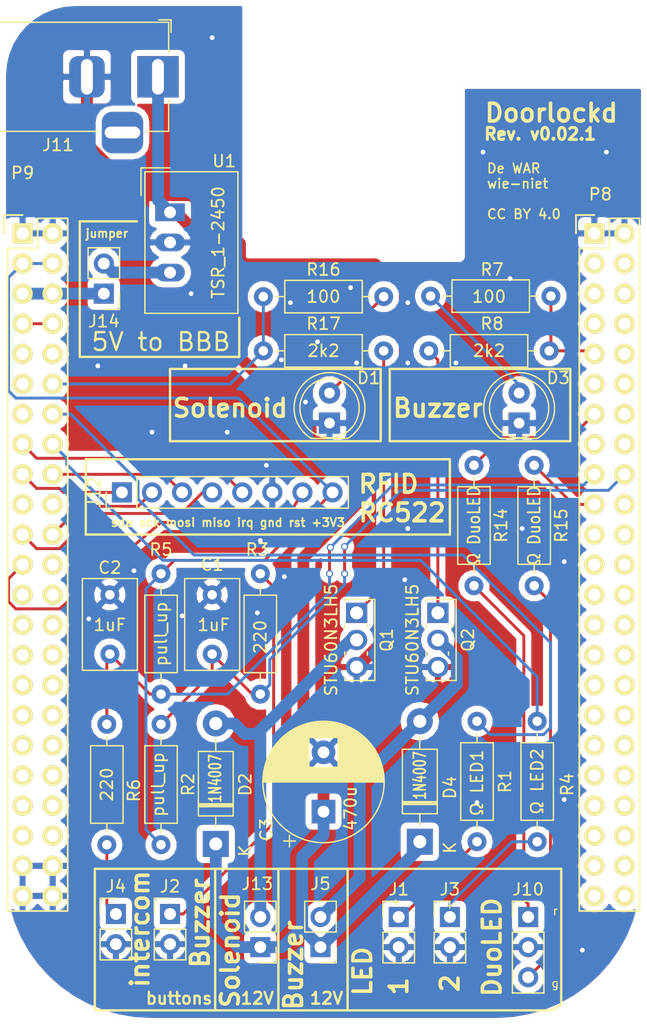
<source format=kicad_pcb>
(kicad_pcb (version 20171130) (host pcbnew "(5.0.2-5)-5")
  (title_block (title "Doorlockd - BBB PCB") (date 2019-06-11) (rev v0.02.1) (comment 1 "author: Diederik Hamelink") (comment 2 "CC BY 4.0") (comment 4 "de WAR"))
  (layers (0 F.Cu signal hide) (31 B.Cu signal hide) (34 B.Paste user) (35 F.Paste user) (36 B.SilkS user) (37 F.SilkS user) (38 B.Mask user) (39 F.Mask user) (44 Edge.Cuts user))
  (net 0 "")
  (net 1 +3V3)
  (net 2 +5V)
  (net 3 SYS_5V)
  (net 4 Earth)
  (net 5 "Net-(D1-Pad2)")
  (net 6 +12V)
  (net 7 "Net-(D2-Pad2)")
  (net 8 "Net-(J1-Pad1)")
  (net 9 "Net-(J2-Pad1)")
  (net 10 "Net-(J3-Pad1)")
  (net 11 "Net-(J4-Pad1)")
  (net 12 "Net-(J10-Pad1)")
  (net 13 "Net-(J10-Pad3)")
  (net 14 IO-P9_17-RC522_SDA)
  (net 15 IO-P9_22-RC522_SCK)
  (net 16 IO-P9_18-RC522_MOSI)
  (net 17 IO-P9_21-RC522_MISO)
  (net 18 IO-P9_15-RC522_IRQ)
  (net 19 IO-P9_23-RC522_RST)
  (net 20 "Net-(J14-Pad2)")
  (net 21 "Net-(Q1-Pad1)")
  (net 22 "Net-(Q2-Pad1)")
  (net 23 "Net-(D3-Pad2)")
  (net 24 "Net-(D4-Pad2)")
  (net 25 IO-P8_18-Button2)
  (net 26 IO-P8_17-Button1)
  (net 27 IO-P8_19-UI_DuoLED1g)
  (net 28 IO-P8_13-UI_DuoLED1r)
  (net 29 IO-P8_09-Buzzer)
  (net 30 IO-P9_16-UILED2)
  (net 31 IO-P9_14-UILED1)
  (net 32 IO-P9_12-Solenoid)
  (module Connector_PinHeader_2.54mm:PinHeader_1x02_P2.54mm_Vertical (layer F.Cu) (at 141.5161 122.5804 180)
    (fp_text reference J5 (at 0 5.334 180) (layer F.SilkS))
    (fp_text value "Buzzer 12V")
    (pad 1 thru_hole rect (at 0 0 180) (size 1.7 1.7) (drill 1) (layers *.Cu *.Mask) (net 6 +12V))
    (pad 2 thru_hole oval (at 0 2.54 180) (size 1.7 1.7) (drill 1) (layers *.Cu *.Mask) (net 24 "Net-(D4-Pad2)"))
  )
  (module Diode_THT:D_DO-41_SOD81_P10.16mm_Horizontal (layer F.Cu) (at 149.8981 113.6904 90)
    (fp_text reference D4 (at 4.572 2.54 90) (layer F.SilkS))
    (fp_text value 1N4007 (at 5.588 0 90) (layer F.SilkS) (effects (font (size 1 0.7))))
    (fp_text user K (at -0.508 2.54 90) (layer F.SilkS))
    (pad 1 thru_hole rect (at 0 0 90) (size 2.2 2.2) (drill 1.1) (layers *.Cu *.Mask) (net 6 +12V))
    (pad 2 thru_hole oval (at 10.16 0 90) (size 2.2 2.2) (drill 1.1) (layers *.Cu *.Mask) (net 24 "Net-(D4-Pad2)"))
  )
  (module LED_THT:LED_D5.0mm (layer F.Cu) (at 158.2801 78.3844 90)
    (fp_text reference D3 (at 3.81 3.302 180) (layer F.SilkS))
    (fp_text value LED)
    (pad 1 thru_hole rect (at 0 0 90) (size 1.8 1.8) (drill 0.9) (layers *.Cu *.Mask) (net 4 Earth))
    (pad 2 thru_hole circle (at 2.54 0 90) (size 1.8 1.8) (drill 0.9) (layers *.Cu *.Mask) (net 23 "Net-(D3-Pad2)"))
  )
  (module Package_TO_SOT_THT:SIPAK_Vertical (layer F.Cu) (at 151.4221 94.3864 270)
    (fp_text reference Q2 (at 2.286 -2.54 270) (layer F.SilkS))
    (fp_text value STU60N3LH5 (at 2.286 2.15 270) (layer F.SilkS))
    (pad 1 thru_hole rect (at 0 0 270) (size 1.7145 1.8) (drill 1.1) (layers *.Cu *.Mask) (net 22 "Net-(Q2-Pad1)"))
    (pad 2 thru_hole oval (at 2.286 0 270) (size 1.7145 1.8) (drill 1.1) (layers *.Cu *.Mask) (net 24 "Net-(D4-Pad2)"))
    (pad 3 thru_hole oval (at 4.572 0 270) (size 1.7145 1.8) (drill 1.1) (layers *.Cu *.Mask) (net 4 Earth))
  )
  (module Resistor_THT:R_Axial_DIN0207_L6.3mm_D2.5mm_P10.16mm_Horizontal (layer F.Cu) (at 160.96496 67.671421 180)
    (fp_text reference R7 (at 4.97086 2.241021 180) (layer F.SilkS))
    (fp_text value 100 (at 5.22486 -0.044979 180) (layer F.SilkS))
    (pad 2 thru_hole oval (at 10.16 0 180) (size 1.6 1.6) (drill 0.8) (layers *.Cu *.Mask) (net 23 "Net-(D3-Pad2)"))
    (pad 1 thru_hole circle (at 0 0 180) (size 1.6 1.6) (drill 0.8) (layers *.Cu *.Mask) (net 29 IO-P8_09-Buzzer))
  )
  (module Resistor_THT:R_Axial_DIN0207_L6.3mm_D2.5mm_P10.16mm_Horizontal (layer F.Cu) (at 160.8201 72.2884 180)
    (fp_text reference R8 (at 4.826 2.286 180) (layer F.SilkS))
    (fp_text value 2k2 (at 5.08 0 180) (layer F.SilkS))
    (pad 1 thru_hole circle (at 0 0 180) (size 1.6 1.6) (drill 0.8) (layers *.Cu *.Mask) (net 29 IO-P8_09-Buzzer))
    (pad 2 thru_hole oval (at 10.16 0 180) (size 1.6 1.6) (drill 0.8) (layers *.Cu *.Mask) (net 22 "Net-(Q2-Pad1)"))
  )
  (module Socket_BeagleBone_Black:Socket_BeagleBone_Black (layer F.Cu) (at 164.6301 62.3824)
    (fp_text reference P8 (at 0.508 -3.302) (layer F.SilkS))
    (fp_text value BeagleBone_Black_Header)
    (pad 46 thru_hole oval (at 2.54 55.88) (size 1.7272 1.7272) (drill 1.016) (layers *.Cu *.Mask F.SilkS))
    (pad 45 thru_hole oval (at 0 55.88) (size 1.7272 1.7272) (drill 1.016) (layers *.Cu *.Mask F.SilkS))
    (pad 44 thru_hole oval (at 2.54 53.34) (size 1.7272 1.7272) (drill 1.016) (layers *.Cu *.Mask F.SilkS))
    (pad 43 thru_hole oval (at 0 53.34) (size 1.7272 1.7272) (drill 1.016) (layers *.Cu *.Mask F.SilkS))
    (pad 42 thru_hole oval (at 2.54 50.8) (size 1.7272 1.7272) (drill 1.016) (layers *.Cu *.Mask F.SilkS))
    (pad 41 thru_hole oval (at 0 50.8) (size 1.7272 1.7272) (drill 1.016) (layers *.Cu *.Mask F.SilkS))
    (pad 40 thru_hole oval (at 2.54 48.26) (size 1.7272 1.7272) (drill 1.016) (layers *.Cu *.Mask F.SilkS))
    (pad 39 thru_hole oval (at 0 48.26) (size 1.7272 1.7272) (drill 1.016) (layers *.Cu *.Mask F.SilkS))
    (pad 38 thru_hole oval (at 2.54 45.72) (size 1.7272 1.7272) (drill 1.016) (layers *.Cu *.Mask F.SilkS))
    (pad 37 thru_hole oval (at 0 45.72) (size 1.7272 1.7272) (drill 1.016) (layers *.Cu *.Mask F.SilkS))
    (pad 36 thru_hole oval (at 2.54 43.18) (size 1.7272 1.7272) (drill 1.016) (layers *.Cu *.Mask F.SilkS))
    (pad 35 thru_hole oval (at 0 43.18) (size 1.7272 1.7272) (drill 1.016) (layers *.Cu *.Mask F.SilkS))
    (pad 34 thru_hole oval (at 2.54 40.64) (size 1.7272 1.7272) (drill 1.016) (layers *.Cu *.Mask F.SilkS))
    (pad 33 thru_hole oval (at 0 40.64) (size 1.7272 1.7272) (drill 1.016) (layers *.Cu *.Mask F.SilkS))
    (pad 32 thru_hole oval (at 2.54 38.1) (size 1.7272 1.7272) (drill 1.016) (layers *.Cu *.Mask F.SilkS))
    (pad 31 thru_hole oval (at 0 38.1) (size 1.7272 1.7272) (drill 1.016) (layers *.Cu *.Mask F.SilkS))
    (pad 30 thru_hole oval (at 2.54 35.56) (size 1.7272 1.7272) (drill 1.016) (layers *.Cu *.Mask F.SilkS))
    (pad 29 thru_hole oval (at 0 35.56) (size 1.7272 1.7272) (drill 1.016) (layers *.Cu *.Mask F.SilkS))
    (pad 28 thru_hole oval (at 2.54 33.02) (size 1.7272 1.7272) (drill 1.016) (layers *.Cu *.Mask F.SilkS))
    (pad 27 thru_hole oval (at 0 33.02) (size 1.7272 1.7272) (drill 1.016) (layers *.Cu *.Mask F.SilkS))
    (pad 26 thru_hole oval (at 2.54 30.48) (size 1.7272 1.7272) (drill 1.016) (layers *.Cu *.Mask F.SilkS))
    (pad 25 thru_hole oval (at 0 30.48) (size 1.7272 1.7272) (drill 1.016) (layers *.Cu *.Mask F.SilkS))
    (pad 24 thru_hole oval (at 2.54 27.94) (size 1.7272 1.7272) (drill 1.016) (layers *.Cu *.Mask F.SilkS))
    (pad 23 thru_hole oval (at 0 27.94) (size 1.7272 1.7272) (drill 1.016) (layers *.Cu *.Mask F.SilkS))
    (pad 22 thru_hole oval (at 2.54 25.4) (size 1.7272 1.7272) (drill 1.016) (layers *.Cu *.Mask F.SilkS))
    (pad 21 thru_hole oval (at 0 25.4) (size 1.7272 1.7272) (drill 1.016) (layers *.Cu *.Mask F.SilkS))
    (pad 20 thru_hole oval (at 2.54 22.86) (size 1.7272 1.7272) (drill 1.016) (layers *.Cu *.Mask F.SilkS))
    (pad 19 thru_hole oval (at 0 22.86) (size 1.7272 1.7272) (drill 1.016) (layers *.Cu *.Mask F.SilkS) (net 27 IO-P8_19-UI_DuoLED1g))
    (pad 18 thru_hole oval (at 2.54 20.32) (size 1.7272 1.7272) (drill 1.016) (layers *.Cu *.Mask F.SilkS) (net 25 IO-P8_18-Button2))
    (pad 17 thru_hole oval (at 0 20.32) (size 1.7272 1.7272) (drill 1.016) (layers *.Cu *.Mask F.SilkS) (net 26 IO-P8_17-Button1))
    (pad 16 thru_hole oval (at 2.54 17.78) (size 1.7272 1.7272) (drill 1.016) (layers *.Cu *.Mask F.SilkS))
    (pad 15 thru_hole oval (at 0 17.78) (size 1.7272 1.7272) (drill 1.016) (layers *.Cu *.Mask F.SilkS))
    (pad 14 thru_hole oval (at 2.54 15.24) (size 1.7272 1.7272) (drill 1.016) (layers *.Cu *.Mask F.SilkS))
    (pad 13 thru_hole oval (at 0 15.24) (size 1.7272 1.7272) (drill 1.016) (layers *.Cu *.Mask F.SilkS) (net 28 IO-P8_13-UI_DuoLED1r))
    (pad 12 thru_hole oval (at 2.54 12.7) (size 1.7272 1.7272) (drill 1.016) (layers *.Cu *.Mask F.SilkS))
    (pad 11 thru_hole oval (at 0 12.7) (size 1.7272 1.7272) (drill 1.016) (layers *.Cu *.Mask F.SilkS))
    (pad 10 thru_hole oval (at 2.54 10.16) (size 1.7272 1.7272) (drill 1.016) (layers *.Cu *.Mask F.SilkS))
    (pad 9 thru_hole oval (at 0 10.16) (size 1.7272 1.7272) (drill 1.016) (layers *.Cu *.Mask F.SilkS) (net 29 IO-P8_09-Buzzer))
    (pad 8 thru_hole oval (at 2.54 7.62) (size 1.7272 1.7272) (drill 1.016) (layers *.Cu *.Mask F.SilkS))
    (pad 7 thru_hole oval (at 0 7.62) (size 1.7272 1.7272) (drill 1.016) (layers *.Cu *.Mask F.SilkS))
    (pad 6 thru_hole oval (at 2.54 5.08) (size 1.7272 1.7272) (drill 1.016) (layers *.Cu *.Mask F.SilkS))
    (pad 5 thru_hole oval (at 0 5.08) (size 1.7272 1.7272) (drill 1.016) (layers *.Cu *.Mask F.SilkS))
    (pad 4 thru_hole oval (at 2.54 2.54) (size 1.7272 1.7272) (drill 1.016) (layers *.Cu *.Mask F.SilkS))
    (pad 3 thru_hole oval (at 0 2.54) (size 1.7272 1.7272) (drill 1.016) (layers *.Cu *.Mask F.SilkS))
    (pad 2 thru_hole oval (at 2.54 0) (size 1.7272 1.7272) (drill 1.016) (layers *.Cu *.Mask F.SilkS) (net 4 Earth))
    (pad 1 thru_hole rect (at 0 0) (size 1.7272 1.7272) (drill 1.016) (layers *.Cu *.Mask F.SilkS) (net 4 Earth))
  )
  (module Socket_BeagleBone_Black:Socket_BeagleBone_Black (layer F.Cu) (at 116.3701 62.3824)
    (fp_text reference P9 (at 0 -5.1) (layer F.SilkS))
    (fp_text value BeagleBone_Black_Header)
    (pad 46 thru_hole oval (at 2.54 55.88) (size 1.7272 1.7272) (drill 1.016) (layers *.Cu *.Mask F.SilkS) (net 4 Earth))
    (pad 45 thru_hole oval (at 0 55.88) (size 1.7272 1.7272) (drill 1.016) (layers *.Cu *.Mask F.SilkS) (net 4 Earth))
    (pad 44 thru_hole oval (at 2.54 53.34) (size 1.7272 1.7272) (drill 1.016) (layers *.Cu *.Mask F.SilkS) (net 4 Earth))
    (pad 43 thru_hole oval (at 0 53.34) (size 1.7272 1.7272) (drill 1.016) (layers *.Cu *.Mask F.SilkS) (net 4 Earth))
    (pad 42 thru_hole oval (at 2.54 50.8) (size 1.7272 1.7272) (drill 1.016) (layers *.Cu *.Mask F.SilkS))
    (pad 41 thru_hole oval (at 0 50.8) (size 1.7272 1.7272) (drill 1.016) (layers *.Cu *.Mask F.SilkS))
    (pad 40 thru_hole oval (at 2.54 48.26) (size 1.7272 1.7272) (drill 1.016) (layers *.Cu *.Mask F.SilkS))
    (pad 39 thru_hole oval (at 0 48.26) (size 1.7272 1.7272) (drill 1.016) (layers *.Cu *.Mask F.SilkS))
    (pad 38 thru_hole oval (at 2.54 45.72) (size 1.7272 1.7272) (drill 1.016) (layers *.Cu *.Mask F.SilkS))
    (pad 37 thru_hole oval (at 0 45.72) (size 1.7272 1.7272) (drill 1.016) (layers *.Cu *.Mask F.SilkS))
    (pad 36 thru_hole oval (at 2.54 43.18) (size 1.7272 1.7272) (drill 1.016) (layers *.Cu *.Mask F.SilkS))
    (pad 35 thru_hole oval (at 0 43.18) (size 1.7272 1.7272) (drill 1.016) (layers *.Cu *.Mask F.SilkS))
    (pad 34 thru_hole oval (at 2.54 40.64) (size 1.7272 1.7272) (drill 1.016) (layers *.Cu *.Mask F.SilkS))
    (pad 33 thru_hole oval (at 0 40.64) (size 1.7272 1.7272) (drill 1.016) (layers *.Cu *.Mask F.SilkS))
    (pad 32 thru_hole oval (at 2.54 38.1) (size 1.7272 1.7272) (drill 1.016) (layers *.Cu *.Mask F.SilkS))
    (pad 31 thru_hole oval (at 0 38.1) (size 1.7272 1.7272) (drill 1.016) (layers *.Cu *.Mask F.SilkS))
    (pad 30 thru_hole oval (at 2.54 35.56) (size 1.7272 1.7272) (drill 1.016) (layers *.Cu *.Mask F.SilkS))
    (pad 29 thru_hole oval (at 0 35.56) (size 1.7272 1.7272) (drill 1.016) (layers *.Cu *.Mask F.SilkS))
    (pad 28 thru_hole oval (at 2.54 33.02) (size 1.7272 1.7272) (drill 1.016) (layers *.Cu *.Mask F.SilkS))
    (pad 27 thru_hole oval (at 0 33.02) (size 1.7272 1.7272) (drill 1.016) (layers *.Cu *.Mask F.SilkS))
    (pad 26 thru_hole oval (at 2.54 30.48) (size 1.7272 1.7272) (drill 1.016) (layers *.Cu *.Mask F.SilkS))
    (pad 25 thru_hole oval (at 0 30.48) (size 1.7272 1.7272) (drill 1.016) (layers *.Cu *.Mask F.SilkS))
    (pad 24 thru_hole oval (at 2.54 27.94) (size 1.7272 1.7272) (drill 1.016) (layers *.Cu *.Mask F.SilkS))
    (pad 23 thru_hole oval (at 0 27.94) (size 1.7272 1.7272) (drill 1.016) (layers *.Cu *.Mask F.SilkS) (net 19 IO-P9_23-RC522_RST))
    (pad 22 thru_hole oval (at 2.54 25.4) (size 1.7272 1.7272) (drill 1.016) (layers *.Cu *.Mask F.SilkS) (net 15 IO-P9_22-RC522_SCK))
    (pad 21 thru_hole oval (at 0 25.4) (size 1.7272 1.7272) (drill 1.016) (layers *.Cu *.Mask F.SilkS) (net 17 IO-P9_21-RC522_MISO))
    (pad 20 thru_hole oval (at 2.54 22.86) (size 1.7272 1.7272) (drill 1.016) (layers *.Cu *.Mask F.SilkS))
    (pad 19 thru_hole oval (at 0 22.86) (size 1.7272 1.7272) (drill 1.016) (layers *.Cu *.Mask F.SilkS))
    (pad 18 thru_hole oval (at 2.54 20.32) (size 1.7272 1.7272) (drill 1.016) (layers *.Cu *.Mask F.SilkS) (net 16 IO-P9_18-RC522_MOSI))
    (pad 17 thru_hole oval (at 0 20.32) (size 1.7272 1.7272) (drill 1.016) (layers *.Cu *.Mask F.SilkS) (net 14 IO-P9_17-RC522_SDA))
    (pad 16 thru_hole oval (at 2.54 17.78) (size 1.7272 1.7272) (drill 1.016) (layers *.Cu *.Mask F.SilkS) (net 30 IO-P9_16-UILED2))
    (pad 15 thru_hole oval (at 0 17.78) (size 1.7272 1.7272) (drill 1.016) (layers *.Cu *.Mask F.SilkS) (net 18 IO-P9_15-RC522_IRQ))
    (pad 14 thru_hole oval (at 2.54 15.24) (size 1.7272 1.7272) (drill 1.016) (layers *.Cu *.Mask F.SilkS) (net 31 IO-P9_14-UILED1))
    (pad 13 thru_hole oval (at 0 15.24) (size 1.7272 1.7272) (drill 1.016) (layers *.Cu *.Mask F.SilkS))
    (pad 12 thru_hole oval (at 2.54 12.7) (size 1.7272 1.7272) (drill 1.016) (layers *.Cu *.Mask F.SilkS) (net 32 IO-P9_12-Solenoid))
    (pad 11 thru_hole oval (at 0 12.7) (size 1.7272 1.7272) (drill 1.016) (layers *.Cu *.Mask F.SilkS))
    (pad 10 thru_hole oval (at 2.54 10.16) (size 1.7272 1.7272) (drill 1.016) (layers *.Cu *.Mask F.SilkS))
    (pad 9 thru_hole oval (at 0 10.16) (size 1.7272 1.7272) (drill 1.016) (layers *.Cu *.Mask F.SilkS))
    (pad 8 thru_hole oval (at 2.54 7.62) (size 1.7272 1.7272) (drill 1.016) (layers *.Cu *.Mask F.SilkS) (net 3 SYS_5V))
    (pad 7 thru_hole oval (at 0 7.62) (size 1.7272 1.7272) (drill 1.016) (layers *.Cu *.Mask F.SilkS) (net 3 SYS_5V))
    (pad 6 thru_hole oval (at 2.54 5.08) (size 1.7272 1.7272) (drill 1.016) (layers *.Cu *.Mask F.SilkS) (net 2 +5V))
    (pad 5 thru_hole oval (at 0 5.08) (size 1.7272 1.7272) (drill 1.016) (layers *.Cu *.Mask F.SilkS) (net 2 +5V))
    (pad 4 thru_hole oval (at 2.54 2.54) (size 1.7272 1.7272) (drill 1.016) (layers *.Cu *.Mask F.SilkS) (net 1 +3V3))
    (pad 3 thru_hole oval (at 0 2.54) (size 1.7272 1.7272) (drill 1.016) (layers *.Cu *.Mask F.SilkS) (net 1 +3V3))
    (pad 2 thru_hole oval (at 2.54 0) (size 1.7272 1.7272) (drill 1.016) (layers *.Cu *.Mask F.SilkS) (net 4 Earth))
    (pad 1 thru_hole rect (at 0 0) (size 1.7272 1.7272) (drill 1.016) (layers *.Cu *.Mask F.SilkS) (net 4 Earth))
  )
  (module Capacitor_THT:C_Disc_D7.5mm_W4.4mm_P5.00mm (layer F.Cu) (at 132.3721 92.8624 270)
    (fp_text reference C1 (at -2.54 0) (layer F.SilkS))
    (fp_text value "1uF " (at 2.54 -0.508) (layer F.SilkS))
    (pad 2 thru_hole circle (at 5 0 270) (size 1.6 1.6) (drill 0.8) (layers *.Cu *.Mask) (net 25 IO-P8_18-Button2))
    (pad 1 thru_hole circle (at 0 0 270) (size 1.6 1.6) (drill 0.8) (layers *.Cu *.Mask) (net 4 Earth))
  )
  (module Capacitor_THT:C_Disc_D7.5mm_W4.4mm_P5.00mm (layer F.Cu) (at 123.7361 92.8624 270)
    (fp_text reference C2 (at -2.286 0) (layer F.SilkS))
    (fp_text value 1uF (at 2.54 0) (layer F.SilkS))
    (pad 2 thru_hole circle (at 5 0 270) (size 1.6 1.6) (drill 0.8) (layers *.Cu *.Mask) (net 26 IO-P8_17-Button1))
    (pad 1 thru_hole circle (at 0 0 270) (size 1.6 1.6) (drill 0.8) (layers *.Cu *.Mask) (net 4 Earth))
  )
  (module LED_THT:LED_D5.0mm (layer F.Cu) (at 142.2781 78.3844 90)
    (fp_text reference D1 (at 3.81 3.302 180) (layer F.SilkS))
    (fp_text value LED)
    (pad 2 thru_hole circle (at 2.54 0 90) (size 1.8 1.8) (drill 0.9) (layers *.Cu *.Mask) (net 5 "Net-(D1-Pad2)"))
    (pad 1 thru_hole rect (at 0 0 90) (size 1.8 1.8) (drill 0.9) (layers *.Cu *.Mask) (net 4 Earth))
  )
  (module Diode_THT:D_DO-41_SOD81_P10.16mm_Horizontal (layer F.Cu) (at 132.6758 113.874372 90)
    (fp_text reference D2 (at 5.009972 2.4903 90) (layer F.SilkS))
    (fp_text value 1N4007 (at 5.517972 -0.0497 90) (layer F.SilkS) (effects (font (size 1 0.7))))
    (fp_text user K (at -0.578028 2.4903 90) (layer F.SilkS))
    (pad 2 thru_hole oval (at 10.16 0 90) (size 2.2 2.2) (drill 1.1) (layers *.Cu *.Mask) (net 7 "Net-(D2-Pad2)"))
    (pad 1 thru_hole rect (at 0 0 90) (size 2.2 2.2) (drill 1.1) (layers *.Cu *.Mask) (net 6 +12V))
  )
  (module Connector_PinHeader_2.54mm:PinHeader_1x02_P2.54mm_Vertical (layer F.Cu) (at 148.1201 120.0404)
    (fp_text reference J1 (at 0 -2.33) (layer F.SilkS))
    (fp_text value "LED 1")
    (pad 2 thru_hole oval (at 0 2.54) (size 1.7 1.7) (drill 1) (layers *.Cu *.Mask) (net 4 Earth))
    (pad 1 thru_hole rect (at 0 0) (size 1.7 1.7) (drill 1) (layers *.Cu *.Mask) (net 8 "Net-(J1-Pad1)"))
  )
  (module Connector_PinHeader_2.54mm:PinHeader_1x02_P2.54mm_Vertical (layer F.Cu) (at 128.8161 119.7864)
    (fp_text reference J2 (at 0 -2.33) (layer F.SilkS))
    (fp_text value "Button 2")
    (pad 2 thru_hole oval (at 0 2.54) (size 1.7 1.7) (drill 1) (layers *.Cu *.Mask) (net 4 Earth))
    (pad 1 thru_hole rect (at 0 0) (size 1.7 1.7) (drill 1) (layers *.Cu *.Mask) (net 9 "Net-(J2-Pad1)"))
  )
  (module Connector_PinHeader_2.54mm:PinHeader_1x02_P2.54mm_Vertical (layer F.Cu) (at 152.4381 120.0404)
    (fp_text reference J3 (at 0 -2.33) (layer F.SilkS))
    (fp_text value "LED 2")
    (pad 2 thru_hole oval (at 0 2.54) (size 1.7 1.7) (drill 1) (layers *.Cu *.Mask) (net 4 Earth))
    (pad 1 thru_hole rect (at 0 0) (size 1.7 1.7) (drill 1) (layers *.Cu *.Mask) (net 10 "Net-(J3-Pad1)"))
  )
  (module Connector_PinHeader_2.54mm:PinHeader_1x02_P2.54mm_Vertical (layer F.Cu) (at 124.2441 119.7864)
    (fp_text reference J4 (at 0 -2.33) (layer F.SilkS))
    (fp_text value "Button 1")
    (pad 2 thru_hole oval (at 0 2.54) (size 1.7 1.7) (drill 1) (layers *.Cu *.Mask) (net 4 Earth))
    (pad 1 thru_hole rect (at 0 0) (size 1.7 1.7) (drill 1) (layers *.Cu *.Mask) (net 11 "Net-(J4-Pad1)"))
  )
  (module Connector_PinHeader_2.54mm:PinHeader_1x03_P2.54mm_Vertical (layer F.Cu) (at 159.0421 120.0404)
    (fp_text reference J10 (at 0 -2.33) (layer F.SilkS))
    (fp_text value "Duo LED")
    (pad 3 thru_hole oval (at 0 5.08) (size 1.7 1.7) (drill 1) (layers *.Cu *.Mask) (net 13 "Net-(J10-Pad3)"))
    (pad 2 thru_hole oval (at 0 2.54) (size 1.7 1.7) (drill 1) (layers *.Cu *.Mask) (net 4 Earth))
    (pad 1 thru_hole rect (at 0 0) (size 1.7 1.7) (drill 1) (layers *.Cu *.Mask) (net 12 "Net-(J10-Pad1)"))
  )
  (module Connector_BarrelJack:BarrelJack_Horizontal (layer F.Cu) (at 127.8001 49.1744)
    (fp_text reference J11 (at -8.45 5.75) (layer F.SilkS))
    (fp_text value Barrel_Jack_Switch)
    (pad 3 thru_hole roundrect (at -3 4.7) (size 3.5 3.5) (drill oval 3 1) (layers *.Cu *.Mask))
    (pad 2 thru_hole roundrect (at -6 0) (size 3 3.5) (drill oval 1 3) (layers *.Cu *.Mask) (net 4 Earth))
    (pad 1 thru_hole rect (at 0 0) (size 3.5 3.5) (drill oval 1 3) (layers *.Cu *.Mask) (net 6 +12V))
  )
  (module Package_TO_SOT_THT:SIPAK_Vertical (layer F.Cu) (at 144.5641 94.3864 270)
    (fp_text reference Q1 (at 2.286 -2.54 270) (layer F.SilkS))
    (fp_text value STU60N3LH5 (at 2.286 2.15 270) (layer F.SilkS))
    (pad 3 thru_hole oval (at 4.572 0 270) (size 1.7145 1.8) (drill 1.1) (layers *.Cu *.Mask) (net 4 Earth))
    (pad 2 thru_hole oval (at 2.286 0 270) (size 1.7145 1.8) (drill 1.1) (layers *.Cu *.Mask) (net 7 "Net-(D2-Pad2)"))
    (pad 1 thru_hole rect (at 0 0 270) (size 1.7145 1.8) (drill 1.1) (layers *.Cu *.Mask) (net 21 "Net-(Q1-Pad1)"))
  )
  (module Resistor_THT:R_Axial_DIN0207_L6.3mm_D2.5mm_P10.16mm_Horizontal (layer F.Cu) (at 154.7241 103.5304 270)
    (fp_text reference R1 (at 5.08 -2.37 270) (layer F.SilkS))
    (fp_text value "Ω LED1 " (at 4.826 0 270) (layer F.SilkS))
    (pad 2 thru_hole oval (at 10.16 0 270) (size 1.6 1.6) (drill 0.8) (layers *.Cu *.Mask) (net 8 "Net-(J1-Pad1)"))
    (pad 1 thru_hole circle (at 0 0 270) (size 1.6 1.6) (drill 0.8) (layers *.Cu *.Mask) (net 31 IO-P9_14-UILED1))
  )
  (module Resistor_THT:R_Axial_DIN0207_L6.3mm_D2.5mm_P10.16mm_Horizontal (layer F.Cu) (at 128.0541 113.9444 90)
    (fp_text reference R2 (at 5.08 2.286 90) (layer F.SilkS))
    (fp_text value pull_up (at 5.08 -0.254 90) (layer F.SilkS))
    (pad 2 thru_hole oval (at 10.16 0 90) (size 1.6 1.6) (drill 0.8) (layers *.Cu *.Mask) (net 25 IO-P8_18-Button2))
    (pad 1 thru_hole circle (at 0 0 90) (size 1.6 1.6) (drill 0.8) (layers *.Cu *.Mask) (net 1 +3V3))
  )
  (module Resistor_THT:R_Axial_DIN0207_L6.3mm_D2.5mm_P10.16mm_Horizontal (layer F.Cu) (at 136.4361 101.2444 90)
    (fp_text reference R3 (at 12.192 -0.254 180) (layer F.SilkS))
    (fp_text value 220 (at 4.826 0 90) (layer F.SilkS))
    (pad 2 thru_hole oval (at 10.16 0 90) (size 1.6 1.6) (drill 0.8) (layers *.Cu *.Mask) (net 9 "Net-(J2-Pad1)"))
    (pad 1 thru_hole circle (at 0 0 90) (size 1.6 1.6) (drill 0.8) (layers *.Cu *.Mask) (net 25 IO-P8_18-Button2))
  )
  (module Resistor_THT:R_Axial_DIN0207_L6.3mm_D2.5mm_P10.16mm_Horizontal (layer F.Cu) (at 159.8041 103.5304 270)
    (fp_text reference R4 (at 5.334 -2.54 270) (layer F.SilkS))
    (fp_text value "Ω LED2" (at 5.08 0 270) (layer F.SilkS))
    (pad 2 thru_hole oval (at 10.16 0 270) (size 1.6 1.6) (drill 0.8) (layers *.Cu *.Mask) (net 10 "Net-(J3-Pad1)"))
    (pad 1 thru_hole circle (at 0 0 270) (size 1.6 1.6) (drill 0.8) (layers *.Cu *.Mask) (net 30 IO-P9_16-UILED2))
  )
  (module Resistor_THT:R_Axial_DIN0207_L6.3mm_D2.5mm_P10.16mm_Horizontal (layer F.Cu) (at 128.0541 91.0844 270)
    (fp_text reference R5 (at -2.032 0) (layer F.SilkS))
    (fp_text value pull_up (at 5.08 0 270) (layer F.SilkS))
    (pad 2 thru_hole oval (at 10.16 0 270) (size 1.6 1.6) (drill 0.8) (layers *.Cu *.Mask) (net 26 IO-P8_17-Button1))
    (pad 1 thru_hole circle (at 0 0 270) (size 1.6 1.6) (drill 0.8) (layers *.Cu *.Mask) (net 1 +3V3))
  )
  (module Resistor_THT:R_Axial_DIN0207_L6.3mm_D2.5mm_P10.16mm_Horizontal (layer F.Cu) (at 123.4821 103.7844 270)
    (fp_text reference R6 (at 5.588 -2.286 270) (layer F.SilkS))
    (fp_text value 220 (at 5.08 0 270) (layer F.SilkS))
    (pad 2 thru_hole oval (at 10.16 0 270) (size 1.6 1.6) (drill 0.8) (layers *.Cu *.Mask) (net 11 "Net-(J4-Pad1)"))
    (pad 1 thru_hole circle (at 0 0 270) (size 1.6 1.6) (drill 0.8) (layers *.Cu *.Mask) (net 26 IO-P8_17-Button1))
  )
  (module Resistor_THT:R_Axial_DIN0207_L6.3mm_D2.5mm_P10.16mm_Horizontal (layer F.Cu) (at 154.4701 92.1004 90)
    (fp_text reference R14 (at 5.08 2.286 90) (layer F.SilkS))
    (fp_text value "Ω DuoLED" (at 5.08 0 90) (layer F.SilkS) (effects (font (size 1 0.9))))
    (pad 2 thru_hole oval (at 10.16 0 90) (size 1.6 1.6) (drill 0.8) (layers *.Cu *.Mask) (net 28 IO-P8_13-UI_DuoLED1r))
    (pad 1 thru_hole circle (at 0 0 90) (size 1.6 1.6) (drill 0.8) (layers *.Cu *.Mask) (net 12 "Net-(J10-Pad1)"))
  )
  (module Resistor_THT:R_Axial_DIN0207_L6.3mm_D2.5mm_P10.16mm_Horizontal (layer F.Cu) (at 159.5501 92.1004 90)
    (fp_text reference R15 (at 5.08 2.286 90) (layer F.SilkS))
    (fp_text value "Ω DuoLED" (at 5.08 0 90) (layer F.SilkS) (effects (font (size 1 0.9))))
    (pad 2 thru_hole oval (at 10.16 0 90) (size 1.6 1.6) (drill 0.8) (layers *.Cu *.Mask) (net 27 IO-P8_19-UI_DuoLED1g))
    (pad 1 thru_hole circle (at 0 0 90) (size 1.6 1.6) (drill 0.8) (layers *.Cu *.Mask) (net 13 "Net-(J10-Pad3)"))
  )
  (module Resistor_THT:R_Axial_DIN0207_L6.3mm_D2.5mm_P10.16mm_Horizontal (layer F.Cu) (at 136.6901 67.7164)
    (fp_text reference R16 (at 5.08 -2.286) (layer F.SilkS))
    (fp_text value 100 (at 5.08 0) (layer F.SilkS))
    (pad 2 thru_hole oval (at 10.16 0) (size 1.6 1.6) (drill 0.8) (layers *.Cu *.Mask) (net 5 "Net-(D1-Pad2)"))
    (pad 1 thru_hole circle (at 0 0) (size 1.6 1.6) (drill 0.8) (layers *.Cu *.Mask) (net 32 IO-P9_12-Solenoid))
  )
  (module Resistor_THT:R_Axial_DIN0207_L6.3mm_D2.5mm_P10.16mm_Horizontal (layer F.Cu) (at 136.6901 72.2884)
    (fp_text reference R17 (at 5.08 -2.286) (layer F.SilkS))
    (fp_text value 2k2 (at 5.08 0) (layer F.SilkS))
    (pad 2 thru_hole oval (at 10.16 0) (size 1.6 1.6) (drill 0.8) (layers *.Cu *.Mask) (net 21 "Net-(Q1-Pad1)"))
    (pad 1 thru_hole circle (at 0 0) (size 1.6 1.6) (drill 0.8) (layers *.Cu *.Mask) (net 32 IO-P9_12-Solenoid))
  )
  (module Converter_DCDC:Converter_DCDC_TRACO_TSR-1_THT (layer F.Cu) (at 128.8161 60.6044 270)
    (fp_text reference U1 (at -4.318 -4.572) (layer F.SilkS))
    (fp_text value TSR_1-2450 (at 2.54 -4.064 270) (layer F.SilkS))
    (pad 3 thru_hole oval (at 5.08 0 270) (size 1.5 2.5) (drill 1) (layers *.Cu *.Mask) (net 20 "Net-(J14-Pad2)"))
    (pad 2 thru_hole oval (at 2.54 0 270) (size 1.5 2.5) (drill 1) (layers *.Cu *.Mask) (net 4 Earth))
    (pad 1 thru_hole rect (at 0 0 270) (size 1.5 2.5) (drill 1) (layers *.Cu *.Mask) (net 6 +12V))
  )
  (module Connector_PinHeader_2.54mm:PinHeader_1x08_P2.54mm_Vertical (layer F.Cu) (at 124.7521 84.2264 90)
    (fp_text reference J12 (at 0 -2.33 90) (layer F.SilkS))
    (fp_text value "RFID RC522")
    (pad 8 thru_hole oval (at 0 17.78 90) (size 1.7 1.7) (drill 1) (layers *.Cu *.Mask) (net 1 +3V3))
    (pad 7 thru_hole oval (at 0 15.24 90) (size 1.7 1.7) (drill 1) (layers *.Cu *.Mask) (net 19 IO-P9_23-RC522_RST))
    (pad 6 thru_hole oval (at 0 12.7 90) (size 1.7 1.7) (drill 1) (layers *.Cu *.Mask) (net 4 Earth))
    (pad 5 thru_hole oval (at 0 10.16 90) (size 1.7 1.7) (drill 1) (layers *.Cu *.Mask) (net 18 IO-P9_15-RC522_IRQ))
    (pad 4 thru_hole oval (at 0 7.62 90) (size 1.7 1.7) (drill 1) (layers *.Cu *.Mask) (net 17 IO-P9_21-RC522_MISO))
    (pad 3 thru_hole oval (at 0 5.08 90) (size 1.7 1.7) (drill 1) (layers *.Cu *.Mask) (net 16 IO-P9_18-RC522_MOSI))
    (pad 2 thru_hole oval (at 0 2.54 90) (size 1.7 1.7) (drill 1) (layers *.Cu *.Mask) (net 15 IO-P9_22-RC522_SCK))
    (pad 1 thru_hole rect (at 0 0 90) (size 1.7 1.7) (drill 1) (layers *.Cu *.Mask) (net 14 IO-P9_17-RC522_SDA))
  )
  (module Connector_PinHeader_2.54mm:PinHeader_1x02_P2.54mm_Vertical (layer F.Cu) (at 136.4361 122.5804 180)
    (fp_text reference J13 (at 0.254 5.334 180) (layer F.SilkS))
    (fp_text value "Solenoid 12V")
    (pad 2 thru_hole oval (at 0 2.54 180) (size 1.7 1.7) (drill 1) (layers *.Cu *.Mask) (net 7 "Net-(D2-Pad2)"))
    (pad 1 thru_hole rect (at 0 0 180) (size 1.7 1.7) (drill 1) (layers *.Cu *.Mask) (net 6 +12V))
  )
  (module Connector_PinHeader_2.54mm:PinHeader_1x02_P2.54mm_Vertical (layer F.Cu) (at 123.2281 67.4624 180)
    (fp_text reference J14 (at 0 -2.33 180) (layer F.SilkS))
    (fp_text value jumper)
    (pad 2 thru_hole oval (at 0 2.54 180) (size 1.7 1.7) (drill 1) (layers *.Cu *.Mask) (net 20 "Net-(J14-Pad2)"))
    (pad 1 thru_hole rect (at 0 0 180) (size 1.7 1.7) (drill 1) (layers *.Cu *.Mask) (net 2 +5V))
  )
  (module Capacitor_THT:CP_Radial_D10.0mm_P5.00mm (layer F.Cu) (at 141.7701 111.1504 90)
    (fp_text reference C3 (at -1.524 -4.826 90) (layer F.SilkS))
    (fp_text value 470u (at 0.254 2.286 90) (layer F.SilkS))
    (pad 2 thru_hole circle (at 5 0 90) (size 2 2) (drill 1) (layers *.Cu *.Mask) (net 4 Earth))
    (pad 1 thru_hole rect (at 0 0 90) (size 2 2) (drill 1) (layers *.Cu *.Mask) (net 6 +12V))
  )
  (gr_text intercom (at 126.2761 121.0564 90) (layer F.SilkS) (effects (font (size 1.5 1.5) (thickness 0.3))))
  (gr_text Buzzer (at 131.3561 120.5484 90) (layer F.SilkS) (effects (font (size 1.5 1.5) (thickness 0.3))))
  (gr_text 12V (at 142.0241 126.8984) (layer F.SilkS) (effects (font (size 1 1) (thickness 0.2))))
  (gr_text 12V (at 136.1821 126.8984) (layer F.SilkS) (effects (font (size 1 1) (thickness 0.2))))
  (gr_line (start 143.8021 115.9764) (end 143.8021 127.9144) (layer F.SilkS) (width 0.2))
  (gr_line (start 137.9601 127.9144) (end 137.9601 115.9764) (layer F.SilkS) (width 0.2))
  (gr_text "Solenoid\n" (at 133.8961 122.8344 90) (layer F.SilkS) (effects (font (size 1.5 1.5) (thickness 0.3))))
  (gr_text Buzzer (at 139.2301 124.1044 90) (layer F.SilkS) (effects (font (size 1.5 1.5) (thickness 0.3))))
  (gr_line (start 162.5981 79.9084) (end 147.3581 79.9084) (layer F.SilkS) (width 0.2))
  (gr_line (start 162.5981 73.8124) (end 162.5981 79.9084) (layer F.SilkS) (width 0.2))
  (gr_line (start 147.3581 73.8124) (end 162.5981 73.8124) (layer F.SilkS) (width 0.2))
  (gr_line (start 147.3581 79.9084) (end 147.3581 73.8124) (layer F.SilkS) (width 0.2))
  (gr_line (start 146.3421 73.8124) (end 146.5961 73.8124) (layer F.SilkS) (width 0.2))
  (gr_line (start 146.5961 79.9084) (end 146.5961 73.8124) (layer F.SilkS) (width 0.2))
  (gr_line (start 128.8161 79.9084) (end 146.5961 79.9084) (layer F.SilkS) (width 0.2))
  (gr_line (start 128.8161 79.6544) (end 128.8161 79.9084) (layer F.SilkS) (width 0.2))
  (gr_line (start 128.8161 73.8124) (end 128.8161 79.6544) (layer F.SilkS) (width 0.2))
  (gr_line (start 146.3421 73.8124) (end 128.8161 73.8124) (layer F.SilkS) (width 0.2))
  (gr_text Solenoid (at 133.8961 77.1144) (layer F.SilkS) (effects (font (size 1.5 1.5) (thickness 0.3))))
  (gr_text "Buzzer\n" (at 151.4221 77.1144) (layer F.SilkS) (effects (font (size 1.5 1.5) (thickness 0.3))))
  (gr_line (start 161.0741 127.9144) (end 161.8361 127.4064) (layer F.SilkS) (width 0.2))
  (gr_text "Rev. v0.02.1" (at 160.0581 54.0004) (layer F.SilkS) (effects (font (size 1 1) (thickness 0.25))))
  (gr_text g (at 161.3281 125.6284) (layer F.SilkS) (effects (font (size 0.7 0.7) (thickness 0.1))))
  (gr_text r (at 161.3281 119.5324) (layer F.SilkS) (effects (font (size 0.7 0.7) (thickness 0.1))))
  (gr_text + (at 152.4381 119.0244) (layer F.SilkS) (effects (font (size 0.6 0.6) (thickness 0.1))))
  (gr_text + (at 147.8661 118.7704) (layer F.SilkS) (effects (font (size 0.6 0.6) (thickness 0.1))))
  (gr_text jumper (at 123.4821 62.3824) (layer F.SilkS) (effects (font (size 0.7 0.7))))
  (gr_text "De WAR\nwie-niet\n\nCC BY 4.0" (at 155.4861 58.8264) (layer F.SilkS) (effects (font (size 0.8 0.8) (thickness 0.14)) (justify left)))
  (gr_text "Doorlockd " (at 155.2321 52.2224) (layer F.SilkS) (effects (font (size 1.5 1.5) (thickness 0.3)) (justify left)))
  (gr_line (start 121.1961 61.3664) (end 126.0221 61.3664) (layer F.SilkS) (width 0.2))
  (gr_line (start 134.6581 72.7964) (end 134.6581 69.4944) (layer F.SilkS) (width 0.2))
  (gr_line (start 121.1961 72.7964) (end 134.6581 72.7964) (layer F.SilkS) (width 0.2))
  (gr_line (start 121.1961 61.3664) (end 121.1961 72.7964) (layer F.SilkS) (width 0.2))
  (gr_text "5V to BBB" (at 128.0541 71.5264) (layer F.SilkS) (effects (font (size 1.5 1.5) (thickness 0.2))))
  (gr_text "sda sck mosi miso irq gnd rst +3V3" (at 123.7361 86.7664) (layer F.SilkS) (effects (font (size 0.7 0.7)) (justify left)))
  (gr_line (start 152.4381 81.4324) (end 152.4381 87.7824) (layer F.SilkS) (width 0.2))
  (gr_line (start 121.7041 81.4324) (end 152.4381 81.4324) (layer F.SilkS) (width 0.2))
  (gr_line (start 121.7041 87.7824) (end 121.7041 81.4324) (layer F.SilkS) (width 0.2))
  (gr_line (start 152.4381 87.7824) (end 121.7041 87.7824) (layer F.SilkS) (width 0.2))
  (gr_line (start 152.4381 81.6864) (end 152.4381 86.7664) (layer F.SilkS) (width 0.2))
  (gr_text "RFID\nRC522" (at 144.5641 84.7344) (layer F.SilkS) (effects (font (size 1.5 1.5) (thickness 0.3)) (justify left)))
  (gr_line (start 132.6261 115.9764) (end 132.6261 127.9144) (layer F.SilkS) (width 0.2))
  (gr_text DuoLED (at 155.9941 122.5804 90) (layer F.SilkS) (effects (font (size 1.5 1.5) (thickness 0.3))))
  (gr_text LED (at 145.0721 124.6124 90) (layer F.SilkS) (effects (font (size 1.5 1.5) (thickness 0.3))))
  (gr_line (start 161.8361 115.9764) (end 161.8361 116.4844) (layer F.SilkS) (width 0.2))
  (gr_line (start 122.4661 115.9764) (end 161.8361 115.9764) (layer F.SilkS) (width 0.2))
  (gr_line (start 122.4661 127.9144) (end 122.4661 115.9764) (layer F.SilkS) (width 0.2))
  (gr_line (start 161.0741 127.9144) (end 122.4661 127.9144) (layer F.SilkS) (width 0.2))
  (gr_line (start 161.8361 116.2304) (end 161.8361 127.4064) (layer F.SilkS) (width 0.2))
  (gr_text 2 (at 152.4381 125.6284 90) (layer F.SilkS) (effects (font (size 1.5 1.5) (thickness 0.3))))
  (gr_text 1 (at 148.1201 125.8824 90) (layer F.SilkS) (effects (font (size 1.5 1.5) (thickness 0.3))))
  (gr_text buttons (at 129.5781 126.8984) (layer F.SilkS) (effects (font (size 1 1) (thickness 0.2))))
  (gr_arc (start 127.1651 116.3574) (end 127.1651 129.0574) (angle 90) (layer Edge.Cuts) (width 0.00254))
  (gr_arc (start 156.3751 116.3574) (end 169.0751 116.3574) (angle 90) (layer Edge.Cuts) (width 0.00254))
  (gr_arc (start 120.8151 49.0474) (end 114.4651 49.0474) (angle 90) (layer Edge.Cuts) (width 0.00254))
  (gr_line (start 135.4201 42.6974) (end 120.8151 42.6974) (layer Edge.Cuts) (width 0.00254))
  (gr_line (start 135.4201 64.2874) (end 135.4201 42.6974) (layer Edge.Cuts) (width 0.00254))
  (gr_line (start 153.2001 64.2874) (end 135.4201 64.2874) (layer Edge.Cuts) (width 0.00254))
  (gr_line (start 153.2001 49.6824) (end 153.2001 64.2874) (layer Edge.Cuts) (width 0.00254))
  (gr_line (start 169.0751 49.6824) (end 153.2001 49.6824) (layer Edge.Cuts) (width 0.00254))
  (gr_line (start 169.0751 116.3574) (end 169.0751 49.6824) (layer Edge.Cuts) (width 0.00254))
  (gr_line (start 127.1651 129.0574) (end 156.3751 129.0574) (layer Edge.Cuts) (width 0.00254))
  (gr_line (start 114.4651 49.0474) (end 114.4651 116.3574) (layer Edge.Cuts) (width 0.00254))
  (segment (start 118.9101 64.9224) (end 116.3701 64.9224) (width 0.25) (layer B.Cu) (net 1))
  (segment (start 115.506501 65.785999) (end 116.3701 64.9224) (width 0.25) (layer B.Cu) (net 1))
  (segment (start 115.181499 66.111001) (end 115.506501 65.785999) (width 0.25) (layer B.Cu) (net 1))
  (segment (start 134.576701 76.271001) (end 115.799571 76.271001) (width 0.25) (layer B.Cu) (net 1))
  (segment (start 115.181499 75.652929) (end 115.181499 66.111001) (width 0.25) (layer B.Cu) (net 1))
  (segment (start 115.799571 76.271001) (end 115.181499 75.652929) (width 0.25) (layer B.Cu) (net 1))
  (segment (start 142.5321 84.2264) (end 134.576701 76.271001) (width 0.25) (layer B.Cu) (net 1))
  (segment (start 127.254101 113.144401) (end 128.0541 113.9444) (width 0.25) (layer B.Cu) (net 1))
  (segment (start 126.7841 112.6744) (end 127.254101 113.144401) (width 0.25) (layer B.Cu) (net 1))
  (segment (start 126.7841 92.3544) (end 126.7841 112.6744) (width 0.25) (layer B.Cu) (net 1))
  (segment (start 128.0541 91.0844) (end 126.7841 92.3544) (width 0.25) (layer B.Cu) (net 1))
  (segment (start 141.682101 85.076399) (end 142.5321 84.2264) (width 0.25) (layer F.Cu) (net 1))
  (segment (start 129.179101 89.959399) (end 136.799101 89.959399) (width 0.25) (layer F.Cu) (net 1))
  (segment (start 136.799101 89.959399) (end 141.682101 85.076399) (width 0.25) (layer F.Cu) (net 1))
  (segment (start 128.0541 91.0844) (end 129.179101 89.959399) (width 0.25) (layer F.Cu) (net 1))
  (segment (start 116.3701 67.4624) (end 118.9101 67.4624) (width 1) (layer B.Cu) (net 2))
  (segment (start 118.9101 67.4624) (end 123.2281 67.4624) (width 1) (layer B.Cu) (net 2))
  (segment (start 116.3701 70.0024) (end 118.9101 70.0024) (width 0.25) (layer F.Cu) (net 3))
  (via (at 136.1821 94.3864) (size 0.6) (drill 0.4) (layers F.Cu B.Cu) (net 4))
  (via (at 129.8321 94.6404) (size 0.6) (drill 0.4) (layers F.Cu B.Cu) (net 4))
  (via (at 125.7681 90.8304) (size 0.6) (drill 0.4) (layers F.Cu B.Cu) (net 4))
  (via (at 121.9581 94.8944) (size 0.6) (drill 0.4) (layers F.Cu B.Cu) (net 4))
  (via (at 136.4361 88.2904) (size 0.6) (drill 0.4) (layers F.Cu B.Cu) (net 4))
  (via (at 127.2921 79.1464) (size 0.6) (drill 0.4) (layers F.Cu B.Cu) (net 4))
  (via (at 133.6421 79.1464) (size 0.6) (drill 0.4) (layers F.Cu B.Cu) (net 4))
  (via (at 136.9441 81.9404) (size 0.6) (drill 0.4) (layers F.Cu B.Cu) (net 4))
  (via (at 148.8821 87.2744) (size 0.6) (drill 0.4) (layers F.Cu B.Cu) (net 4))
  (via (at 138.4681 91.3384) (size 0.6) (drill 0.4) (layers F.Cu B.Cu) (net 4))
  (via (at 155.2321 55.5244) (size 0.6) (drill 0.4) (layers F.Cu B.Cu) (net 4))
  (via (at 165.6461 55.5244) (size 0.6) (drill 0.4) (layers F.Cu B.Cu) (net 4))
  (via (at 132.3721 45.8724) (size 0.6) (drill 0.4) (layers F.Cu B.Cu) (net 4))
  (via (at 122.7201 73.5584) (size 0.6) (drill 0.4) (layers F.Cu B.Cu) (net 4))
  (via (at 130.0861 73.5584) (size 0.6) (drill 0.4) (layers F.Cu B.Cu) (net 4))
  (via (at 144.5641 73.3044) (size 0.6) (drill 0.4) (layers F.Cu B.Cu) (net 4))
  (via (at 148.8821 73.3044) (size 0.6) (drill 0.4) (layers F.Cu B.Cu) (net 4))
  (via (at 152.9461 73.3044) (size 0.6) (drill 0.4) (layers F.Cu B.Cu) (net 4))
  (via (at 157.5181 66.1924) (size 0.6) (drill 0.4) (layers F.Cu B.Cu) (net 4))
  (via (at 158.5341 87.2744) (size 0.6) (drill 0.4) (layers F.Cu B.Cu) (net 4))
  (via (at 162.0901 90.0684) (size 0.6) (drill 0.4) (layers F.Cu B.Cu) (net 4))
  (via (at 162.0901 110.1344) (size 0.6) (drill 0.4) (layers F.Cu B.Cu) (net 4))
  (via (at 154.7241 110.3884) (size 0.6) (drill 0.4) (layers F.Cu B.Cu) (net 4))
  (via (at 163.6141 122.8344) (size 0.6) (drill 0.4) (layers F.Cu B.Cu) (net 4))
  (via (at 148.8821 68.2244) (size 0.6) (drill 0.4) (layers F.Cu B.Cu) (net 4))
  (via (at 138.9761 68.2244) (size 0.6) (drill 0.4) (layers F.Cu B.Cu) (net 4))
  (via (at 144.0561 66.9544) (size 0.6) (drill 0.4) (layers F.Cu B.Cu) (net 4))
  (via (at 138.2141 73.0504) (size 0.6) (drill 0.4) (layers F.Cu B.Cu) (net 4))
  (via (at 140.2461 76.6064) (size 0.6) (drill 0.4) (layers F.Cu B.Cu) (net 4))
  (via (at 141.2621 71.5264) (size 0.6) (drill 0.4) (layers F.Cu B.Cu) (net 4))
  (via (at 130.5941 67.4624) (size 0.6) (drill 0.4) (layers F.Cu B.Cu) (net 4))
  (segment (start 144.60685 98.9584) (end 144.5641 98.9584) (width 1) (layer F.Cu) (net 4))
  (segment (start 148.6281 66.80366) (end 148.6281 91.5924) (width 1) (layer F.Cu) (net 4))
  (segment (start 147.191831 65.367391) (end 148.6281 66.80366) (width 1) (layer F.Cu) (net 4))
  (segment (start 130.626101 59.154399) (end 134.71882 63.247118) (width 1) (layer F.Cu) (net 4))
  (segment (start 146.508369 65.367391) (end 147.191831 65.367391) (width 1) (layer F.Cu) (net 4))
  (segment (start 135.129621 64.98868) (end 146.129658 64.98868) (width 1) (layer F.Cu) (net 4))
  (segment (start 134.71882 64.577879) (end 135.129621 64.98868) (width 1) (layer F.Cu) (net 4))
  (segment (start 134.71882 63.247118) (end 134.71882 64.577879) (width 1) (layer F.Cu) (net 4))
  (segment (start 146.129658 64.98868) (end 146.508369 65.367391) (width 1) (layer F.Cu) (net 4))
  (segment (start 126.102699 59.154399) (end 130.626101 59.154399) (width 1) (layer F.Cu) (net 4))
  (segment (start 148.6281 94.93715) (end 144.60685 98.9584) (width 1) (layer F.Cu) (net 4))
  (segment (start 121.8001 54.8518) (end 126.102699 59.154399) (width 1) (layer F.Cu) (net 4))
  (segment (start 121.8001 49.1744) (end 121.8001 54.8518) (width 1) (layer F.Cu) (net 4))
  (segment (start 148.6281 91.5924) (end 148.6281 94.93715) (width 1) (layer F.Cu) (net 4))
  (via (at 148.6281 91.5924) (size 0.6) (drill 0.4) (layers F.Cu B.Cu) (net 4))
  (segment (start 146.050101 68.516399) (end 146.8501 67.7164) (width 0.25) (layer F.Cu) (net 5))
  (segment (start 143.178099 71.388401) (end 146.050101 68.516399) (width 0.25) (layer F.Cu) (net 5))
  (segment (start 143.178099 74.944401) (end 143.178099 71.388401) (width 0.25) (layer F.Cu) (net 5))
  (segment (start 142.2781 75.8444) (end 143.178099 74.944401) (width 0.25) (layer F.Cu) (net 5))
  (segment (start 127.8001 59.5884) (end 128.8161 60.6044) (width 1) (layer B.Cu) (net 6))
  (segment (start 127.8001 49.1744) (end 127.8001 59.5884) (width 1) (layer B.Cu) (net 6))
  (segment (start 134.5861 122.5804) (end 136.4361 122.5804) (width 1) (layer B.Cu) (net 6))
  (segment (start 132.6758 120.6701) (end 134.5861 122.5804) (width 1) (layer B.Cu) (net 6))
  (segment (start 132.6758 113.874372) (end 132.6758 120.6701) (width 1) (layer B.Cu) (net 6))
  (segment (start 139.966099 121.030399) (end 141.5161 122.5804) (width 1) (layer B.Cu) (net 6))
  (segment (start 139.966099 114.954401) (end 139.966099 121.030399) (width 1) (layer B.Cu) (net 6))
  (segment (start 141.7701 113.1504) (end 139.966099 114.954401) (width 1) (layer B.Cu) (net 6))
  (segment (start 141.7701 113.1504) (end 141.7701 111.1504) (width 1) (layer B.Cu) (net 6))
  (segment (start 139.966099 120.900401) (end 139.966099 114.954401) (width 1) (layer B.Cu) (net 6))
  (segment (start 138.2861 122.5804) (end 139.966099 120.900401) (width 1) (layer B.Cu) (net 6))
  (segment (start 136.4361 122.5804) (end 138.2861 122.5804) (width 1) (layer B.Cu) (net 6))
  (segment (start 149.8981 113.6904) (end 149.8981 114.1984) (width 1) (layer B.Cu) (net 6))
  (segment (start 149.8981 114.1984) (end 141.5161 122.5804) (width 1) (layer B.Cu) (net 6))
  (segment (start 141.7701 109.1504) (end 141.7701 111.1504) (width 1) (layer F.Cu) (net 6))
  (segment (start 140.818099 79.984401) (end 141.846101 79.984401) (width 1) (layer F.Cu) (net 6))
  (segment (start 140.678099 78.816399) (end 140.678099 79.844401) (width 1) (layer F.Cu) (net 6))
  (segment (start 132.1181 70.2564) (end 140.678099 78.816399) (width 1) (layer F.Cu) (net 6))
  (segment (start 129.3161 60.6044) (end 132.1181 63.4064) (width 1) (layer F.Cu) (net 6))
  (segment (start 140.678099 79.844401) (end 140.818099 79.984401) (width 1) (layer F.Cu) (net 6))
  (segment (start 140.070099 89.736401) (end 140.070099 107.450399) (width 1) (layer F.Cu) (net 6))
  (segment (start 132.1181 63.4064) (end 132.1181 70.2564) (width 1) (layer F.Cu) (net 6))
  (segment (start 128.8161 60.6044) (end 129.3161 60.6044) (width 1) (layer F.Cu) (net 6))
  (segment (start 140.070099 107.450399) (end 141.7701 109.1504) (width 1) (layer F.Cu) (net 6))
  (segment (start 144.8181 82.9564) (end 144.8181 84.9884) (width 1) (layer F.Cu) (net 6))
  (segment (start 144.8181 84.9884) (end 140.070099 89.736401) (width 1) (layer F.Cu) (net 6))
  (segment (start 141.846101 79.984401) (end 144.8181 82.9564) (width 1) (layer F.Cu) (net 6))
  (segment (start 136.4361 118.838319) (end 136.4361 120.0404) (width 1) (layer B.Cu) (net 7))
  (segment (start 136.4361 104.58915) (end 136.4361 118.838319) (width 1) (layer B.Cu) (net 7))
  (segment (start 135.106212 104.58915) (end 136.4361 104.58915) (width 1) (layer B.Cu) (net 7))
  (segment (start 134.231434 103.714372) (end 135.106212 104.58915) (width 1) (layer B.Cu) (net 7))
  (segment (start 132.6758 103.714372) (end 134.231434 103.714372) (width 1) (layer B.Cu) (net 7))
  (segment (start 136.4361 104.2924) (end 136.4361 104.58915) (width 1) (layer B.Cu) (net 7))
  (segment (start 144.3101 96.4184) (end 136.4361 104.2924) (width 1) (layer B.Cu) (net 7))
  (segment (start 144.5641 96.4184) (end 144.3101 96.4184) (width 1) (layer B.Cu) (net 7))
  (segment (start 148.3741 120.0404) (end 148.1201 120.0404) (width 0.25) (layer F.Cu) (net 8))
  (segment (start 154.7241 113.6904) (end 148.3741 120.0404) (width 0.25) (layer F.Cu) (net 8))
  (segment (start 137.236099 91.884399) (end 136.4361 91.0844) (width 0.25) (layer F.Cu) (net 9))
  (segment (start 137.561101 92.209401) (end 137.236099 91.884399) (width 0.25) (layer F.Cu) (net 9))
  (segment (start 137.561101 112.141399) (end 137.561101 92.209401) (width 0.25) (layer F.Cu) (net 9))
  (segment (start 129.9161 119.7864) (end 137.561101 112.141399) (width 0.25) (layer F.Cu) (net 9))
  (segment (start 128.8161 119.7864) (end 129.9161 119.7864) (width 0.25) (layer F.Cu) (net 9))
  (segment (start 158.67273 113.6904) (end 159.8041 113.6904) (width 0.25) (layer B.Cu) (net 10))
  (segment (start 152.4381 118.9404) (end 157.6881 113.6904) (width 0.25) (layer B.Cu) (net 10))
  (segment (start 157.6881 113.6904) (end 158.67273 113.6904) (width 0.25) (layer B.Cu) (net 10))
  (segment (start 152.4381 120.0404) (end 152.4381 118.9404) (width 0.25) (layer B.Cu) (net 10))
  (segment (start 123.4821 119.0244) (end 124.2441 119.7864) (width 0.25) (layer F.Cu) (net 11))
  (segment (start 123.4821 113.9444) (end 123.4821 119.0244) (width 0.25) (layer F.Cu) (net 11))
  (segment (start 159.0421 118.9404) (end 159.0421 120.0404) (width 0.25) (layer F.Cu) (net 12))
  (segment (start 158.679099 96.309399) (end 158.679099 118.577399) (width 0.25) (layer F.Cu) (net 12))
  (segment (start 158.679099 118.577399) (end 159.0421 118.9404) (width 0.25) (layer F.Cu) (net 12))
  (segment (start 154.4701 92.1004) (end 158.679099 96.309399) (width 0.25) (layer F.Cu) (net 12))
  (segment (start 159.892099 124.270401) (end 159.0421 125.1204) (width 0.25) (layer F.Cu) (net 13))
  (segment (start 160.929101 123.233399) (end 159.892099 124.270401) (width 0.25) (layer F.Cu) (net 13))
  (segment (start 160.929101 93.479401) (end 160.929101 123.233399) (width 0.25) (layer F.Cu) (net 13))
  (segment (start 159.5501 92.1004) (end 160.929101 93.479401) (width 0.25) (layer F.Cu) (net 13))
  (segment (start 117.233699 83.565999) (end 116.3701 82.7024) (width 0.25) (layer F.Cu) (net 14))
  (segment (start 117.558701 83.891001) (end 117.233699 83.565999) (width 0.25) (layer F.Cu) (net 14))
  (segment (start 119.816028 84.2264) (end 119.480629 83.891001) (width 0.25) (layer F.Cu) (net 14))
  (segment (start 119.480629 83.891001) (end 117.558701 83.891001) (width 0.25) (layer F.Cu) (net 14))
  (segment (start 124.7521 84.2264) (end 119.816028 84.2264) (width 0.25) (layer F.Cu) (net 14))
  (segment (start 126.442101 85.076399) (end 127.2921 84.2264) (width 0.25) (layer F.Cu) (net 15))
  (segment (start 126.117099 85.401401) (end 126.442101 85.076399) (width 0.25) (layer F.Cu) (net 15))
  (segment (start 121.291099 85.401401) (end 126.117099 85.401401) (width 0.25) (layer F.Cu) (net 15))
  (segment (start 118.9101 87.7824) (end 121.291099 85.401401) (width 0.25) (layer F.Cu) (net 15))
  (segment (start 128.3081 82.7024) (end 129.8321 84.2264) (width 0.25) (layer F.Cu) (net 16))
  (segment (start 118.9101 82.7024) (end 128.3081 82.7024) (width 0.25) (layer F.Cu) (net 16))
  (segment (start 117.558701 88.971001) (end 117.233699 88.645999) (width 0.25) (layer F.Cu) (net 17))
  (segment (start 117.233699 88.645999) (end 116.3701 87.7824) (width 0.25) (layer F.Cu) (net 17))
  (segment (start 119.480629 88.971001) (end 117.558701 88.971001) (width 0.25) (layer F.Cu) (net 17))
  (segment (start 122.44723 86.0044) (end 119.480629 88.971001) (width 0.25) (layer F.Cu) (net 17))
  (segment (start 131.571102 84.2264) (end 129.793102 86.0044) (width 0.25) (layer F.Cu) (net 17))
  (segment (start 129.793102 86.0044) (end 122.44723 86.0044) (width 0.25) (layer F.Cu) (net 17))
  (segment (start 132.3721 84.2264) (end 131.571102 84.2264) (width 0.25) (layer F.Cu) (net 17))
  (segment (start 117.558701 81.351001) (end 117.233699 81.025999) (width 0.25) (layer F.Cu) (net 18))
  (segment (start 117.233699 81.025999) (end 116.3701 80.1624) (width 0.25) (layer F.Cu) (net 18))
  (segment (start 132.036701 81.351001) (end 117.558701 81.351001) (width 0.25) (layer F.Cu) (net 18))
  (segment (start 134.9121 84.2264) (end 132.036701 81.351001) (width 0.25) (layer F.Cu) (net 18))
  (segment (start 115.799571 94.051001) (end 115.181499 93.432929) (width 0.25) (layer F.Cu) (net 19))
  (segment (start 119.480629 94.051001) (end 115.799571 94.051001) (width 0.25) (layer F.Cu) (net 19))
  (segment (start 115.506501 91.185999) (end 116.3701 90.3224) (width 0.25) (layer F.Cu) (net 19))
  (segment (start 115.181499 91.511001) (end 115.506501 91.185999) (width 0.25) (layer F.Cu) (net 19))
  (segment (start 115.181499 93.432929) (end 115.181499 91.511001) (width 0.25) (layer F.Cu) (net 19))
  (segment (start 128.0541 86.7664) (end 119.480629 94.051001) (width 0.25) (layer F.Cu) (net 19))
  (segment (start 138.4681 86.7664) (end 128.0541 86.7664) (width 0.25) (layer F.Cu) (net 19))
  (segment (start 139.9921 84.2264) (end 138.4681 86.7664) (width 0.25) (layer F.Cu) (net 19))
  (segment (start 123.9901 65.6844) (end 123.2281 64.9224) (width 1) (layer B.Cu) (net 20))
  (segment (start 128.8161 65.6844) (end 123.9901 65.6844) (width 1) (layer B.Cu) (net 20))
  (segment (start 146.8501 92.1004) (end 146.5961 92.3544) (width 0.25) (layer F.Cu) (net 21))
  (segment (start 146.8501 72.2884) (end 146.8501 92.1004) (width 0.25) (layer F.Cu) (net 21))
  (segment (start 146.5961 92.3544) (end 144.5641 94.3864) (width 0.25) (layer F.Cu) (net 21))
  (segment (start 151.4221 73.0504) (end 150.6601 72.2884) (width 0.25) (layer F.Cu) (net 22))
  (segment (start 151.4221 94.3864) (end 151.4221 73.0504) (width 0.25) (layer F.Cu) (net 22))
  (segment (start 158.2801 75.146561) (end 158.2801 75.8444) (width 0.25) (layer B.Cu) (net 23))
  (segment (start 150.80496 67.671421) (end 158.2801 75.146561) (width 0.25) (layer B.Cu) (net 23))
  (segment (start 148.798101 104.630399) (end 149.8981 103.5304) (width 1) (layer B.Cu) (net 24))
  (segment (start 144.8181 116.7384) (end 144.8181 108.6104) (width 1) (layer B.Cu) (net 24))
  (segment (start 141.5161 120.0404) (end 144.8181 116.7384) (width 1) (layer B.Cu) (net 24))
  (segment (start 144.8181 108.6104) (end 148.798101 104.630399) (width 1) (layer B.Cu) (net 24))
  (segment (start 150.998099 102.430401) (end 149.8981 103.5304) (width 1) (layer B.Cu) (net 24))
  (segment (start 153.02211 100.40639) (end 150.998099 102.430401) (width 1) (layer B.Cu) (net 24))
  (segment (start 153.02211 98.22966) (end 153.02211 100.40639) (width 1) (layer B.Cu) (net 24))
  (segment (start 151.46485 96.6724) (end 153.02211 98.22966) (width 1) (layer B.Cu) (net 24))
  (segment (start 151.4221 96.6724) (end 151.46485 96.6724) (width 1) (layer B.Cu) (net 24))
  (via (at 143.5481 91.0844) (size 0.6) (drill 0.4) (layers F.Cu B.Cu) (net 25))
  (via (at 143.5481 88.7984) (size 0.6) (drill 0.4) (layers F.Cu B.Cu) (net 25))
  (segment (start 132.3721 99.4664) (end 132.3721 97.8624) (width 0.25) (layer F.Cu) (net 25))
  (segment (start 128.0541 103.7844) (end 132.3721 99.4664) (width 0.25) (layer F.Cu) (net 25))
  (segment (start 135.7541 101.2444) (end 136.4361 101.2444) (width 0.25) (layer F.Cu) (net 25))
  (segment (start 132.3721 97.8624) (end 135.7541 101.2444) (width 0.25) (layer F.Cu) (net 25))
  (segment (start 137.236099 100.444401) (end 136.4361 101.2444) (width 0.25) (layer B.Cu) (net 25))
  (segment (start 137.236099 98.321403) (end 137.236099 100.444401) (width 0.25) (layer B.Cu) (net 25))
  (segment (start 143.5481 92.009402) (end 137.236099 98.321403) (width 0.25) (layer B.Cu) (net 25))
  (segment (start 143.5481 91.0844) (end 143.5481 92.009402) (width 0.25) (layer B.Cu) (net 25))
  (segment (start 166.306501 83.565999) (end 167.1701 82.7024) (width 0.25) (layer B.Cu) (net 25))
  (segment (start 165.818701 84.053799) (end 166.306501 83.565999) (width 0.25) (layer B.Cu) (net 25))
  (segment (start 148.292701 84.053799) (end 165.818701 84.053799) (width 0.25) (layer B.Cu) (net 25))
  (segment (start 143.5481 88.7984) (end 148.292701 84.053799) (width 0.25) (layer B.Cu) (net 25))
  (segment (start 143.5481 88.7984) (end 143.5481 91.0844) (width 0.25) (layer F.Cu) (net 25))
  (via (at 142.2781 91.0844) (size 0.6) (drill 0.4) (layers F.Cu B.Cu) (net 26))
  (segment (start 127.1181 101.2444) (end 128.0541 101.2444) (width 0.25) (layer F.Cu) (net 26))
  (segment (start 123.7361 97.8624) (end 127.1181 101.2444) (width 0.25) (layer F.Cu) (net 26))
  (segment (start 123.4821 98.1164) (end 123.7361 97.8624) (width 0.25) (layer F.Cu) (net 26))
  (segment (start 123.4821 103.7844) (end 123.4821 98.1164) (width 0.25) (layer F.Cu) (net 26))
  (segment (start 133.676692 101.2444) (end 142.2781 92.642992) (width 0.25) (layer B.Cu) (net 26))
  (segment (start 128.0541 101.2444) (end 133.676692 101.2444) (width 0.25) (layer B.Cu) (net 26))
  (segment (start 142.2781 91.0844) (end 142.2781 92.3544) (width 0.25) (layer B.Cu) (net 26))
  (segment (start 142.2781 92.3544) (end 142.2781 91.709401) (width 0.25) (layer B.Cu) (net 26))
  (segment (start 142.2781 92.642992) (end 142.2781 92.3544) (width 0.25) (layer B.Cu) (net 26))
  (segment (start 164.6301 82.7024) (end 163.728711 83.603789) (width 0.25) (layer B.Cu) (net 26))
  (segment (start 142.2781 88.942628) (end 142.350214 88.870514) (width 0.25) (layer F.Cu) (net 26))
  (segment (start 142.2781 91.0844) (end 142.2781 88.942628) (width 0.25) (layer F.Cu) (net 26))
  (segment (start 163.728711 83.603789) (end 147.616939 83.603789) (width 0.25) (layer B.Cu) (net 26))
  (via (at 142.350214 88.870514) (size 0.6) (drill 0.4) (layers F.Cu B.Cu) (net 26))
  (segment (start 147.616939 83.603789) (end 142.650213 88.570515) (width 0.25) (layer B.Cu) (net 26))
  (segment (start 142.650213 88.570515) (end 142.350214 88.870514) (width 0.25) (layer B.Cu) (net 26))
  (segment (start 162.8521 85.2424) (end 159.5501 81.9404) (width 0.25) (layer F.Cu) (net 27))
  (segment (start 164.6301 85.2424) (end 162.8521 85.2424) (width 0.25) (layer F.Cu) (net 27))
  (segment (start 155.270099 81.140401) (end 154.4701 81.9404) (width 0.25) (layer F.Cu) (net 28))
  (segment (start 156.801099 79.609401) (end 155.270099 81.140401) (width 0.25) (layer F.Cu) (net 28))
  (segment (start 162.643099 79.609401) (end 156.801099 79.609401) (width 0.25) (layer F.Cu) (net 28))
  (segment (start 164.6301 77.6224) (end 162.643099 79.609401) (width 0.25) (layer F.Cu) (net 28))
  (segment (start 164.3761 72.2884) (end 164.6301 72.5424) (width 0.25) (layer F.Cu) (net 29))
  (segment (start 160.8201 72.2884) (end 164.3761 72.2884) (width 0.25) (layer F.Cu) (net 29))
  (segment (start 160.96496 72.14354) (end 160.8201 72.2884) (width 0.25) (layer F.Cu) (net 29))
  (segment (start 160.96496 67.671421) (end 160.96496 72.14354) (width 0.25) (layer F.Cu) (net 29))
  (segment (start 159.8041 102.39903) (end 159.8041 103.5304) (width 0.25) (layer B.Cu) (net 30))
  (segment (start 159.8041 99.783682) (end 159.8041 102.39903) (width 0.25) (layer B.Cu) (net 30))
  (segment (start 149.979817 89.959399) (end 159.8041 99.783682) (width 0.25) (layer B.Cu) (net 30))
  (segment (start 128.200097 89.959399) (end 149.979817 89.959399) (width 0.25) (layer B.Cu) (net 30))
  (segment (start 120.098701 81.858003) (end 128.200097 89.959399) (width 0.25) (layer B.Cu) (net 30))
  (segment (start 120.098701 81.351001) (end 120.098701 81.858003) (width 0.25) (layer B.Cu) (net 30))
  (segment (start 118.9101 80.1624) (end 120.098701 81.351001) (width 0.25) (layer B.Cu) (net 30))
  (segment (start 155.849101 104.655401) (end 155.524099 104.330399) (width 0.25) (layer B.Cu) (net 31))
  (segment (start 160.344101 104.655401) (end 155.849101 104.655401) (width 0.25) (layer B.Cu) (net 31))
  (segment (start 160.929101 104.070401) (end 160.344101 104.655401) (width 0.25) (layer B.Cu) (net 31))
  (segment (start 160.929101 96.894399) (end 160.929101 104.070401) (width 0.25) (layer B.Cu) (net 31))
  (segment (start 153.544091 89.509389) (end 160.929101 96.894399) (width 0.25) (layer B.Cu) (net 31))
  (segment (start 130.836087 89.509389) (end 153.544091 89.509389) (width 0.25) (layer B.Cu) (net 31))
  (segment (start 126.117099 84.790401) (end 130.836087 89.509389) (width 0.25) (layer B.Cu) (net 31))
  (segment (start 126.117099 83.305399) (end 126.117099 84.790401) (width 0.25) (layer B.Cu) (net 31))
  (segment (start 155.524099 104.330399) (end 154.7241 103.5304) (width 0.25) (layer B.Cu) (net 31))
  (segment (start 120.4341 77.6224) (end 126.117099 83.305399) (width 0.25) (layer B.Cu) (net 31))
  (segment (start 118.9101 77.6224) (end 120.4341 77.6224) (width 0.25) (layer B.Cu) (net 31))
  (segment (start 133.8961 75.0824) (end 136.6901 72.2884) (width 0.25) (layer B.Cu) (net 32))
  (segment (start 118.9101 75.0824) (end 133.8961 75.0824) (width 0.25) (layer B.Cu) (net 32))
  (segment (start 136.6901 72.2884) (end 136.6901 67.7164) (width 0.25) (layer B.Cu) (net 32))
  (zone (net 4) (net_name Earth) (layer F.Cu) (connect_pads (clearance 0.508)) (min_thickness 0.254) (fill yes (arc_segments 16) (thermal_gap 0.508) (thermal_bridge_width 0.508))
    (polygon (pts (xy 113.5761 130.4544) (xy 169.7101 130.9624) (xy 169.7101 41.5544) (xy 113.5761 41.0464)))
  )
  (zone (net 4) (net_name Earth) (layer B.Cu) (connect_pads (clearance 0.508)) (min_thickness 0.254) (fill yes (arc_segments 16) (thermal_gap 0.508) (thermal_bridge_width 0.508))
    (polygon (pts (xy 114.0841 129.1844) (xy 114.0841 42.8244) (xy 116.3701 42.3164) (xy 169.7101 42.8244) (xy 169.4561 129.6924)))
  )
)
</source>
